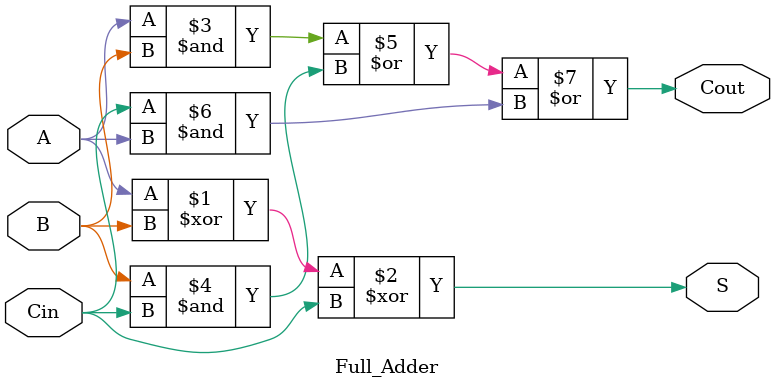
<source format=v>
`timescale 1ns / 1ps
module Full_Adder(
    input A,
    input B,
    input Cin,
    output S,
    output Cout
    );

assign S = A^B^Cin;
assign Cout = (A & B)|(B & Cin)|(Cin & A);

endmodule

</source>
